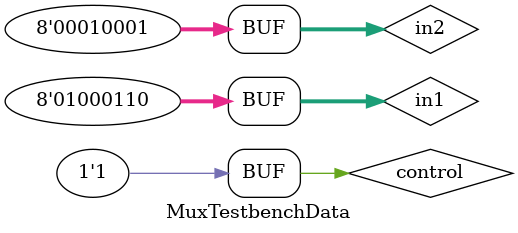
<source format=v>
`include "Mux.v"

module MuxTestbenchData;
  reg [7:0] in1;
  reg [7:0] in2;
  reg control;
  wire [7:0] out;

  Mux #(
      .N(8)
  ) dut (
      .in1(in1),
      .in2(in2),
      .control(control),
      .out(out)
  );

  initial begin
    $display("Teste 1: Selecionando a entrada 1");
    in1 = 22;
    in2 = 14;
    control = 0;

    #1; $display("Teste 2: Selecionando a entrada 2");
    in1 = 70;
    in2 = 17;
    control = 1;
  end

  initial begin
    $monitor("Tempo: %0d\tEntrada 1: %d\tEntrada 2: %d\tControle: %b\tSaida: %d\n", $time, in1,
             in2, control, out);
  end

endmodule

</source>
